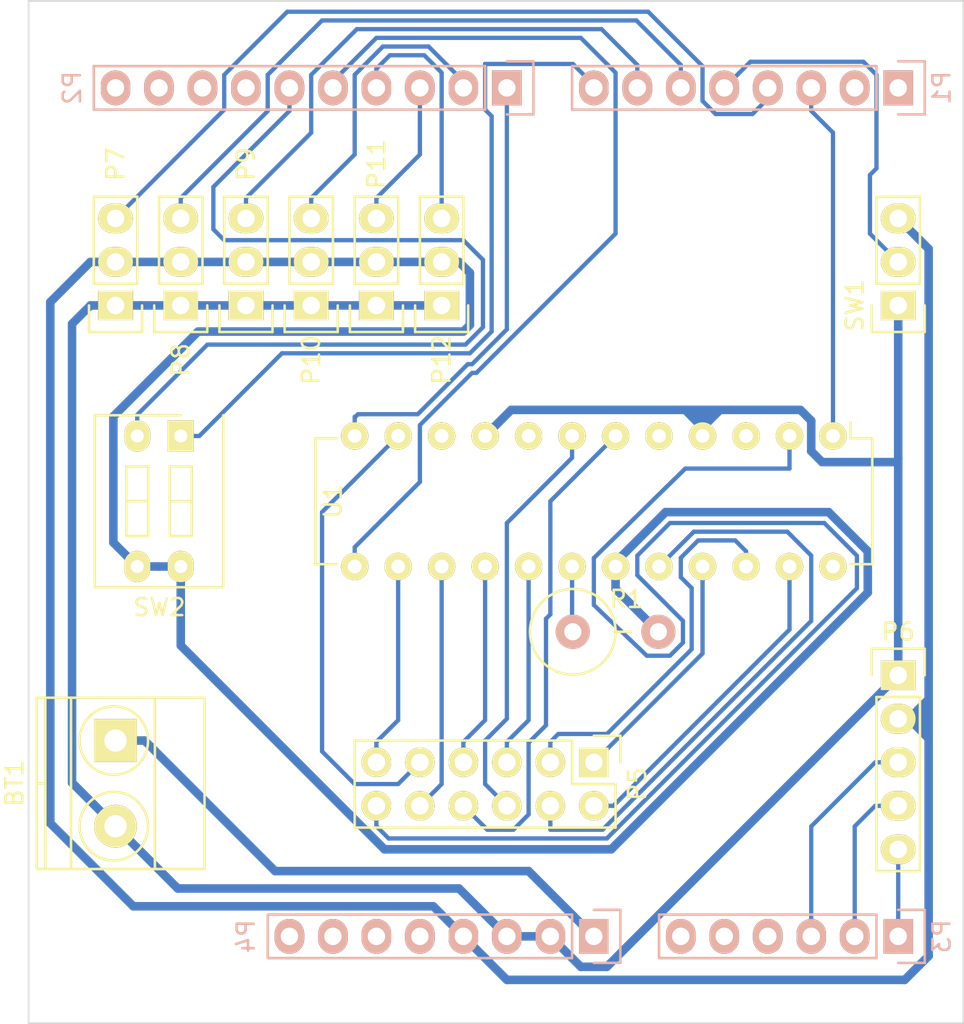
<source format=kicad_pcb>
(kicad_pcb (version 4) (host pcbnew 4.0.3-stable)

  (general
    (links 53)
    (no_connects 1)
    (area 112.505 60.909999 168.960001 120.700001)
    (thickness 1.6)
    (drawings 4)
    (tracks 265)
    (zones 0)
    (modules 17)
    (nets 32)
  )

  (page A4)
  (layers
    (0 F.Cu signal)
    (31 B.Cu signal)
    (32 B.Adhes user)
    (33 F.Adhes user)
    (34 B.Paste user)
    (35 F.Paste user)
    (36 B.SilkS user)
    (37 F.SilkS user)
    (38 B.Mask user)
    (39 F.Mask user)
    (40 Dwgs.User user)
    (41 Cmts.User user)
    (42 Eco1.User user)
    (43 Eco2.User user)
    (44 Edge.Cuts user)
    (45 Margin user)
    (46 B.CrtYd user)
    (47 F.CrtYd user)
    (48 B.Fab user)
    (49 F.Fab user)
  )

  (setup
    (last_trace_width 0.25)
    (trace_clearance 0.2)
    (zone_clearance 0.25)
    (zone_45_only no)
    (trace_min 0.2)
    (segment_width 0.2)
    (edge_width 0.1)
    (via_size 0.6)
    (via_drill 0.4)
    (via_min_size 0.4)
    (via_min_drill 0.3)
    (uvia_size 0.3)
    (uvia_drill 0.1)
    (uvias_allowed no)
    (uvia_min_size 0.2)
    (uvia_min_drill 0.1)
    (pcb_text_width 0.3)
    (pcb_text_size 1.5 1.5)
    (mod_edge_width 0.15)
    (mod_text_size 1 1)
    (mod_text_width 0.15)
    (pad_size 1.5 1.5)
    (pad_drill 0.6)
    (pad_to_mask_clearance 0)
    (aux_axis_origin 0 0)
    (visible_elements 7FFFFFFF)
    (pcbplotparams
      (layerselection 0x00030_80000001)
      (usegerberextensions false)
      (excludeedgelayer true)
      (linewidth 0.100000)
      (plotframeref false)
      (viasonmask false)
      (mode 1)
      (useauxorigin false)
      (hpglpennumber 1)
      (hpglpenspeed 20)
      (hpglpendiameter 15)
      (hpglpenoverlay 2)
      (psnegative false)
      (psa4output false)
      (plotreference true)
      (plotvalue true)
      (plotinvisibletext false)
      (padsonsilk false)
      (subtractmaskfromsilk false)
      (outputformat 1)
      (mirror false)
      (drillshape 1)
      (scaleselection 1)
      (outputdirectory ""))
  )

  (net 0 "")
  (net 1 "Net-(P1-Pad3)")
  (net 2 "Net-(P1-Pad4)")
  (net 3 "Net-(P1-Pad5)")
  (net 4 "Net-(P1-Pad6)")
  (net 5 "Net-(P1-Pad7)")
  (net 6 "Net-(P1-Pad8)")
  (net 7 "Net-(P2-Pad1)")
  (net 8 "Net-(P10-Pad3)")
  (net 9 "Net-(P11-Pad3)")
  (net 10 "Net-(P12-Pad3)")
  (net 11 "Net-(P2-Pad5)")
  (net 12 "Net-(P2-Pad6)")
  (net 13 "Net-(P3-Pad1)")
  (net 14 "Net-(P3-Pad2)")
  (net 15 "Net-(P3-Pad3)")
  (net 16 VCC)
  (net 17 "Net-(P5-Pad1)")
  (net 18 "Net-(P5-Pad2)")
  (net 19 "Net-(P5-Pad3)")
  (net 20 "Net-(P5-Pad4)")
  (net 21 "Net-(P5-Pad5)")
  (net 22 "Net-(P5-Pad6)")
  (net 23 "Net-(P5-Pad7)")
  (net 24 "Net-(P5-Pad8)")
  (net 25 "Net-(P5-Pad9)")
  (net 26 "Net-(P5-Pad10)")
  (net 27 "Net-(P5-Pad11)")
  (net 28 "Net-(P5-Pad12)")
  (net 29 "Net-(R1-Pad1)")
  (net 30 /Vin)
  (net 31 /GND)

  (net_class Default "This is the default net class."
    (clearance 0.2)
    (trace_width 0.25)
    (via_dia 0.6)
    (via_drill 0.4)
    (uvia_dia 0.3)
    (uvia_drill 0.1)
    (add_net "Net-(P1-Pad3)")
    (add_net "Net-(P1-Pad4)")
    (add_net "Net-(P1-Pad5)")
    (add_net "Net-(P1-Pad6)")
    (add_net "Net-(P1-Pad7)")
    (add_net "Net-(P1-Pad8)")
    (add_net "Net-(P10-Pad3)")
    (add_net "Net-(P11-Pad3)")
    (add_net "Net-(P12-Pad3)")
    (add_net "Net-(P2-Pad1)")
    (add_net "Net-(P2-Pad5)")
    (add_net "Net-(P2-Pad6)")
    (add_net "Net-(P3-Pad1)")
    (add_net "Net-(P3-Pad2)")
    (add_net "Net-(P3-Pad3)")
    (add_net "Net-(P5-Pad1)")
    (add_net "Net-(P5-Pad10)")
    (add_net "Net-(P5-Pad11)")
    (add_net "Net-(P5-Pad12)")
    (add_net "Net-(P5-Pad2)")
    (add_net "Net-(P5-Pad3)")
    (add_net "Net-(P5-Pad4)")
    (add_net "Net-(P5-Pad5)")
    (add_net "Net-(P5-Pad6)")
    (add_net "Net-(P5-Pad7)")
    (add_net "Net-(P5-Pad8)")
    (add_net "Net-(P5-Pad9)")
    (add_net "Net-(R1-Pad1)")
  )

  (net_class Power ""
    (clearance 0.2)
    (trace_width 0.5)
    (via_dia 0.6)
    (via_drill 0.4)
    (uvia_dia 0.3)
    (uvia_drill 0.1)
    (add_net /GND)
    (add_net /Vin)
    (add_net VCC)
  )

  (module Pin_Headers:Pin_Header_Straight_1x08 (layer B.Cu) (tedit 57E0C854) (tstamp 57E0130F)
    (at 165.1 66.04 90)
    (descr "Through hole pin header")
    (tags "pin header")
    (path /57CD8C6B)
    (fp_text reference P1 (at 0 2.54 90) (layer B.SilkS)
      (effects (font (size 1 1) (thickness 0.15)) (justify mirror))
    )
    (fp_text value "Arduino P0-P7" (at 2.54 -4.445 180) (layer B.Fab)
      (effects (font (size 1 1) (thickness 0.15)) (justify mirror))
    )
    (fp_line (start -1.75 1.75) (end -1.75 -19.55) (layer B.CrtYd) (width 0.05))
    (fp_line (start 1.75 1.75) (end 1.75 -19.55) (layer B.CrtYd) (width 0.05))
    (fp_line (start -1.75 1.75) (end 1.75 1.75) (layer B.CrtYd) (width 0.05))
    (fp_line (start -1.75 -19.55) (end 1.75 -19.55) (layer B.CrtYd) (width 0.05))
    (fp_line (start 1.27 -1.27) (end 1.27 -19.05) (layer B.SilkS) (width 0.15))
    (fp_line (start 1.27 -19.05) (end -1.27 -19.05) (layer B.SilkS) (width 0.15))
    (fp_line (start -1.27 -19.05) (end -1.27 -1.27) (layer B.SilkS) (width 0.15))
    (fp_line (start 1.55 1.55) (end 1.55 0) (layer B.SilkS) (width 0.15))
    (fp_line (start 1.27 -1.27) (end -1.27 -1.27) (layer B.SilkS) (width 0.15))
    (fp_line (start -1.55 0) (end -1.55 1.55) (layer B.SilkS) (width 0.15))
    (fp_line (start -1.55 1.55) (end 1.55 1.55) (layer B.SilkS) (width 0.15))
    (pad 1 thru_hole rect (at 0 0 90) (size 2.032 1.7272) (drill 1.016) (layers *.Cu *.Mask B.SilkS))
    (pad 2 thru_hole oval (at 0 -2.54 90) (size 2.032 1.7272) (drill 1.016) (layers *.Cu *.Mask B.SilkS))
    (pad 3 thru_hole oval (at 0 -5.08 90) (size 2.032 1.7272) (drill 1.016) (layers *.Cu *.Mask B.SilkS)
      (net 1 "Net-(P1-Pad3)"))
    (pad 4 thru_hole oval (at 0 -7.62 90) (size 2.032 1.7272) (drill 1.016) (layers *.Cu *.Mask B.SilkS)
      (net 2 "Net-(P1-Pad4)"))
    (pad 5 thru_hole oval (at 0 -10.16 90) (size 2.032 1.7272) (drill 1.016) (layers *.Cu *.Mask B.SilkS)
      (net 3 "Net-(P1-Pad5)"))
    (pad 6 thru_hole oval (at 0 -12.7 90) (size 2.032 1.7272) (drill 1.016) (layers *.Cu *.Mask B.SilkS)
      (net 4 "Net-(P1-Pad6)"))
    (pad 7 thru_hole oval (at 0 -15.24 90) (size 2.032 1.7272) (drill 1.016) (layers *.Cu *.Mask B.SilkS)
      (net 5 "Net-(P1-Pad7)"))
    (pad 8 thru_hole oval (at 0 -17.78 90) (size 2.032 1.7272) (drill 1.016) (layers *.Cu *.Mask B.SilkS)
      (net 6 "Net-(P1-Pad8)"))
    (model Pin_Headers.3dshapes/Pin_Header_Straight_1x08.wrl
      (at (xyz 0 -0.35 0))
      (scale (xyz 1 1 1))
      (rotate (xyz 0 0 90))
    )
  )

  (module Pin_Headers:Pin_Header_Straight_1x10 (layer B.Cu) (tedit 57E0C85F) (tstamp 57E0131D)
    (at 142.24 66.04 90)
    (descr "Through hole pin header")
    (tags "pin header")
    (path /57CD8CD2)
    (fp_text reference P2 (at 0 -25.4 90) (layer B.SilkS)
      (effects (font (size 1 1) (thickness 0.15)) (justify mirror))
    )
    (fp_text value "Arduino P8-SCL" (at 2.54 -5.08 360) (layer B.Fab)
      (effects (font (size 1 1) (thickness 0.15)) (justify mirror))
    )
    (fp_line (start -1.75 1.75) (end -1.75 -24.65) (layer B.CrtYd) (width 0.05))
    (fp_line (start 1.75 1.75) (end 1.75 -24.65) (layer B.CrtYd) (width 0.05))
    (fp_line (start -1.75 1.75) (end 1.75 1.75) (layer B.CrtYd) (width 0.05))
    (fp_line (start -1.75 -24.65) (end 1.75 -24.65) (layer B.CrtYd) (width 0.05))
    (fp_line (start 1.27 -1.27) (end 1.27 -24.13) (layer B.SilkS) (width 0.15))
    (fp_line (start 1.27 -24.13) (end -1.27 -24.13) (layer B.SilkS) (width 0.15))
    (fp_line (start -1.27 -24.13) (end -1.27 -1.27) (layer B.SilkS) (width 0.15))
    (fp_line (start 1.55 1.55) (end 1.55 0) (layer B.SilkS) (width 0.15))
    (fp_line (start 1.27 -1.27) (end -1.27 -1.27) (layer B.SilkS) (width 0.15))
    (fp_line (start -1.55 0) (end -1.55 1.55) (layer B.SilkS) (width 0.15))
    (fp_line (start -1.55 1.55) (end 1.55 1.55) (layer B.SilkS) (width 0.15))
    (pad 1 thru_hole rect (at 0 0 90) (size 2.032 1.7272) (drill 1.016) (layers *.Cu *.Mask B.SilkS)
      (net 7 "Net-(P2-Pad1)"))
    (pad 2 thru_hole oval (at 0 -2.54 90) (size 2.032 1.7272) (drill 1.016) (layers *.Cu *.Mask B.SilkS)
      (net 8 "Net-(P10-Pad3)"))
    (pad 3 thru_hole oval (at 0 -5.08 90) (size 2.032 1.7272) (drill 1.016) (layers *.Cu *.Mask B.SilkS)
      (net 9 "Net-(P11-Pad3)"))
    (pad 4 thru_hole oval (at 0 -7.62 90) (size 2.032 1.7272) (drill 1.016) (layers *.Cu *.Mask B.SilkS)
      (net 10 "Net-(P12-Pad3)"))
    (pad 5 thru_hole oval (at 0 -10.16 90) (size 2.032 1.7272) (drill 1.016) (layers *.Cu *.Mask B.SilkS)
      (net 11 "Net-(P2-Pad5)"))
    (pad 6 thru_hole oval (at 0 -12.7 90) (size 2.032 1.7272) (drill 1.016) (layers *.Cu *.Mask B.SilkS)
      (net 12 "Net-(P2-Pad6)"))
    (pad 7 thru_hole oval (at 0 -15.24 90) (size 2.032 1.7272) (drill 1.016) (layers *.Cu *.Mask B.SilkS))
    (pad 8 thru_hole oval (at 0 -17.78 90) (size 2.032 1.7272) (drill 1.016) (layers *.Cu *.Mask B.SilkS))
    (pad 9 thru_hole oval (at 0 -20.32 90) (size 2.032 1.7272) (drill 1.016) (layers *.Cu *.Mask B.SilkS))
    (pad 10 thru_hole oval (at 0 -22.86 90) (size 2.032 1.7272) (drill 1.016) (layers *.Cu *.Mask B.SilkS))
    (model Pin_Headers.3dshapes/Pin_Header_Straight_1x10.wrl
      (at (xyz 0 -0.45 0))
      (scale (xyz 1 1 1))
      (rotate (xyz 0 0 90))
    )
  )

  (module Pin_Headers:Pin_Header_Straight_1x06 (layer B.Cu) (tedit 57E0C87B) (tstamp 57E01327)
    (at 165.1 115.57 90)
    (descr "Through hole pin header")
    (tags "pin header")
    (path /57CD8D33)
    (fp_text reference P3 (at 0 2.54 90) (layer B.SilkS)
      (effects (font (size 1 1) (thickness 0.15)) (justify mirror))
    )
    (fp_text value "Arduino A5-A0" (at -2.54 -4.445 180) (layer B.Fab)
      (effects (font (size 1 1) (thickness 0.15)) (justify mirror))
    )
    (fp_line (start -1.75 1.75) (end -1.75 -14.45) (layer B.CrtYd) (width 0.05))
    (fp_line (start 1.75 1.75) (end 1.75 -14.45) (layer B.CrtYd) (width 0.05))
    (fp_line (start -1.75 1.75) (end 1.75 1.75) (layer B.CrtYd) (width 0.05))
    (fp_line (start -1.75 -14.45) (end 1.75 -14.45) (layer B.CrtYd) (width 0.05))
    (fp_line (start 1.27 -1.27) (end 1.27 -13.97) (layer B.SilkS) (width 0.15))
    (fp_line (start 1.27 -13.97) (end -1.27 -13.97) (layer B.SilkS) (width 0.15))
    (fp_line (start -1.27 -13.97) (end -1.27 -1.27) (layer B.SilkS) (width 0.15))
    (fp_line (start 1.55 1.55) (end 1.55 0) (layer B.SilkS) (width 0.15))
    (fp_line (start 1.27 -1.27) (end -1.27 -1.27) (layer B.SilkS) (width 0.15))
    (fp_line (start -1.55 0) (end -1.55 1.55) (layer B.SilkS) (width 0.15))
    (fp_line (start -1.55 1.55) (end 1.55 1.55) (layer B.SilkS) (width 0.15))
    (pad 1 thru_hole rect (at 0 0 90) (size 2.032 1.7272) (drill 1.016) (layers *.Cu *.Mask B.SilkS)
      (net 13 "Net-(P3-Pad1)"))
    (pad 2 thru_hole oval (at 0 -2.54 90) (size 2.032 1.7272) (drill 1.016) (layers *.Cu *.Mask B.SilkS)
      (net 14 "Net-(P3-Pad2)"))
    (pad 3 thru_hole oval (at 0 -5.08 90) (size 2.032 1.7272) (drill 1.016) (layers *.Cu *.Mask B.SilkS)
      (net 15 "Net-(P3-Pad3)"))
    (pad 4 thru_hole oval (at 0 -7.62 90) (size 2.032 1.7272) (drill 1.016) (layers *.Cu *.Mask B.SilkS))
    (pad 5 thru_hole oval (at 0 -10.16 90) (size 2.032 1.7272) (drill 1.016) (layers *.Cu *.Mask B.SilkS))
    (pad 6 thru_hole oval (at 0 -12.7 90) (size 2.032 1.7272) (drill 1.016) (layers *.Cu *.Mask B.SilkS))
    (model Pin_Headers.3dshapes/Pin_Header_Straight_1x06.wrl
      (at (xyz 0 -0.25 0))
      (scale (xyz 1 1 1))
      (rotate (xyz 0 0 90))
    )
  )

  (module Pin_Headers:Pin_Header_Straight_1x08 (layer B.Cu) (tedit 57E0C871) (tstamp 57E01333)
    (at 147.32 115.57 90)
    (descr "Through hole pin header")
    (tags "pin header")
    (path /57CD8D7C)
    (fp_text reference P4 (at 0 -20.32 90) (layer B.SilkS)
      (effects (font (size 1 1) (thickness 0.15)) (justify mirror))
    )
    (fp_text value "Arduino Vin-Blank" (at -2.54 -5.715 180) (layer B.Fab)
      (effects (font (size 1 1) (thickness 0.15)) (justify mirror))
    )
    (fp_line (start -1.75 1.75) (end -1.75 -19.55) (layer B.CrtYd) (width 0.05))
    (fp_line (start 1.75 1.75) (end 1.75 -19.55) (layer B.CrtYd) (width 0.05))
    (fp_line (start -1.75 1.75) (end 1.75 1.75) (layer B.CrtYd) (width 0.05))
    (fp_line (start -1.75 -19.55) (end 1.75 -19.55) (layer B.CrtYd) (width 0.05))
    (fp_line (start 1.27 -1.27) (end 1.27 -19.05) (layer B.SilkS) (width 0.15))
    (fp_line (start 1.27 -19.05) (end -1.27 -19.05) (layer B.SilkS) (width 0.15))
    (fp_line (start -1.27 -19.05) (end -1.27 -1.27) (layer B.SilkS) (width 0.15))
    (fp_line (start 1.55 1.55) (end 1.55 0) (layer B.SilkS) (width 0.15))
    (fp_line (start 1.27 -1.27) (end -1.27 -1.27) (layer B.SilkS) (width 0.15))
    (fp_line (start -1.55 0) (end -1.55 1.55) (layer B.SilkS) (width 0.15))
    (fp_line (start -1.55 1.55) (end 1.55 1.55) (layer B.SilkS) (width 0.15))
    (pad 1 thru_hole rect (at 0 0 90) (size 2.032 1.7272) (drill 1.016) (layers *.Cu *.Mask B.SilkS)
      (net 30 /Vin))
    (pad 2 thru_hole oval (at 0 -2.54 90) (size 2.032 1.7272) (drill 1.016) (layers *.Cu *.Mask B.SilkS)
      (net 31 /GND))
    (pad 3 thru_hole oval (at 0 -5.08 90) (size 2.032 1.7272) (drill 1.016) (layers *.Cu *.Mask B.SilkS)
      (net 31 /GND))
    (pad 4 thru_hole oval (at 0 -7.62 90) (size 2.032 1.7272) (drill 1.016) (layers *.Cu *.Mask B.SilkS)
      (net 16 VCC))
    (pad 5 thru_hole oval (at 0 -10.16 90) (size 2.032 1.7272) (drill 1.016) (layers *.Cu *.Mask B.SilkS))
    (pad 6 thru_hole oval (at 0 -12.7 90) (size 2.032 1.7272) (drill 1.016) (layers *.Cu *.Mask B.SilkS))
    (pad 7 thru_hole oval (at 0 -15.24 90) (size 2.032 1.7272) (drill 1.016) (layers *.Cu *.Mask B.SilkS))
    (pad 8 thru_hole oval (at 0 -17.78 90) (size 2.032 1.7272) (drill 1.016) (layers *.Cu *.Mask B.SilkS))
    (model Pin_Headers.3dshapes/Pin_Header_Straight_1x08.wrl
      (at (xyz 0 -0.35 0))
      (scale (xyz 1 1 1))
      (rotate (xyz 0 0 90))
    )
  )

  (module Pin_Headers:Pin_Header_Straight_2x06 (layer F.Cu) (tedit 57E0C90B) (tstamp 57E01343)
    (at 147.32 105.41 270)
    (descr "Through hole pin header")
    (tags "pin header")
    (path /57DEE0D3)
    (fp_text reference P5 (at 1.27 -2.54 270) (layer F.SilkS)
      (effects (font (size 1 1) (thickness 0.15)))
    )
    (fp_text value "4 Digit 7 Segment Display" (at 5.08 7.62 360) (layer F.Fab)
      (effects (font (size 1 1) (thickness 0.15)))
    )
    (fp_line (start -1.75 -1.75) (end -1.75 14.45) (layer F.CrtYd) (width 0.05))
    (fp_line (start 4.3 -1.75) (end 4.3 14.45) (layer F.CrtYd) (width 0.05))
    (fp_line (start -1.75 -1.75) (end 4.3 -1.75) (layer F.CrtYd) (width 0.05))
    (fp_line (start -1.75 14.45) (end 4.3 14.45) (layer F.CrtYd) (width 0.05))
    (fp_line (start 3.81 13.97) (end 3.81 -1.27) (layer F.SilkS) (width 0.15))
    (fp_line (start -1.27 1.27) (end -1.27 13.97) (layer F.SilkS) (width 0.15))
    (fp_line (start 3.81 13.97) (end -1.27 13.97) (layer F.SilkS) (width 0.15))
    (fp_line (start 3.81 -1.27) (end 1.27 -1.27) (layer F.SilkS) (width 0.15))
    (fp_line (start 0 -1.55) (end -1.55 -1.55) (layer F.SilkS) (width 0.15))
    (fp_line (start 1.27 -1.27) (end 1.27 1.27) (layer F.SilkS) (width 0.15))
    (fp_line (start 1.27 1.27) (end -1.27 1.27) (layer F.SilkS) (width 0.15))
    (fp_line (start -1.55 -1.55) (end -1.55 0) (layer F.SilkS) (width 0.15))
    (pad 1 thru_hole rect (at 0 0 270) (size 1.7272 1.7272) (drill 1.016) (layers *.Cu *.Mask F.SilkS)
      (net 17 "Net-(P5-Pad1)"))
    (pad 2 thru_hole oval (at 2.54 0 270) (size 1.7272 1.7272) (drill 1.016) (layers *.Cu *.Mask F.SilkS)
      (net 18 "Net-(P5-Pad2)"))
    (pad 3 thru_hole oval (at 0 2.54 270) (size 1.7272 1.7272) (drill 1.016) (layers *.Cu *.Mask F.SilkS)
      (net 19 "Net-(P5-Pad3)"))
    (pad 4 thru_hole oval (at 2.54 2.54 270) (size 1.7272 1.7272) (drill 1.016) (layers *.Cu *.Mask F.SilkS)
      (net 20 "Net-(P5-Pad4)"))
    (pad 5 thru_hole oval (at 0 5.08 270) (size 1.7272 1.7272) (drill 1.016) (layers *.Cu *.Mask F.SilkS)
      (net 21 "Net-(P5-Pad5)"))
    (pad 6 thru_hole oval (at 2.54 5.08 270) (size 1.7272 1.7272) (drill 1.016) (layers *.Cu *.Mask F.SilkS)
      (net 22 "Net-(P5-Pad6)"))
    (pad 7 thru_hole oval (at 0 7.62 270) (size 1.7272 1.7272) (drill 1.016) (layers *.Cu *.Mask F.SilkS)
      (net 23 "Net-(P5-Pad7)"))
    (pad 8 thru_hole oval (at 2.54 7.62 270) (size 1.7272 1.7272) (drill 1.016) (layers *.Cu *.Mask F.SilkS)
      (net 24 "Net-(P5-Pad8)"))
    (pad 9 thru_hole oval (at 0 10.16 270) (size 1.7272 1.7272) (drill 1.016) (layers *.Cu *.Mask F.SilkS)
      (net 25 "Net-(P5-Pad9)"))
    (pad 10 thru_hole oval (at 2.54 10.16 270) (size 1.7272 1.7272) (drill 1.016) (layers *.Cu *.Mask F.SilkS)
      (net 26 "Net-(P5-Pad10)"))
    (pad 11 thru_hole oval (at 0 12.7 270) (size 1.7272 1.7272) (drill 1.016) (layers *.Cu *.Mask F.SilkS)
      (net 27 "Net-(P5-Pad11)"))
    (pad 12 thru_hole oval (at 2.54 12.7 270) (size 1.7272 1.7272) (drill 1.016) (layers *.Cu *.Mask F.SilkS)
      (net 28 "Net-(P5-Pad12)"))
    (model Pin_Headers.3dshapes/Pin_Header_Straight_2x06.wrl
      (at (xyz 0.05 -0.25 0))
      (scale (xyz 1 1 1))
      (rotate (xyz 0 0 90))
    )
  )

  (module Pin_Headers:Pin_Header_Straight_1x05 (layer F.Cu) (tedit 57E0C89A) (tstamp 57E0134C)
    (at 165.1 100.33)
    (descr "Through hole pin header")
    (tags "pin header")
    (path /57DFE266)
    (fp_text reference P6 (at 0 -2.54) (layer F.SilkS)
      (effects (font (size 1 1) (thickness 0.15)))
    )
    (fp_text value Rotary (at 2.54 5.715 90) (layer F.Fab)
      (effects (font (size 1 1) (thickness 0.15)))
    )
    (fp_line (start -1.55 0) (end -1.55 -1.55) (layer F.SilkS) (width 0.15))
    (fp_line (start -1.55 -1.55) (end 1.55 -1.55) (layer F.SilkS) (width 0.15))
    (fp_line (start 1.55 -1.55) (end 1.55 0) (layer F.SilkS) (width 0.15))
    (fp_line (start -1.75 -1.75) (end -1.75 11.95) (layer F.CrtYd) (width 0.05))
    (fp_line (start 1.75 -1.75) (end 1.75 11.95) (layer F.CrtYd) (width 0.05))
    (fp_line (start -1.75 -1.75) (end 1.75 -1.75) (layer F.CrtYd) (width 0.05))
    (fp_line (start -1.75 11.95) (end 1.75 11.95) (layer F.CrtYd) (width 0.05))
    (fp_line (start 1.27 1.27) (end 1.27 11.43) (layer F.SilkS) (width 0.15))
    (fp_line (start 1.27 11.43) (end -1.27 11.43) (layer F.SilkS) (width 0.15))
    (fp_line (start -1.27 11.43) (end -1.27 1.27) (layer F.SilkS) (width 0.15))
    (fp_line (start 1.27 1.27) (end -1.27 1.27) (layer F.SilkS) (width 0.15))
    (pad 1 thru_hole rect (at 0 0) (size 2.032 1.7272) (drill 1.016) (layers *.Cu *.Mask F.SilkS)
      (net 31 /GND))
    (pad 2 thru_hole oval (at 0 2.54) (size 2.032 1.7272) (drill 1.016) (layers *.Cu *.Mask F.SilkS)
      (net 16 VCC))
    (pad 3 thru_hole oval (at 0 5.08) (size 2.032 1.7272) (drill 1.016) (layers *.Cu *.Mask F.SilkS)
      (net 15 "Net-(P3-Pad3)"))
    (pad 4 thru_hole oval (at 0 7.62) (size 2.032 1.7272) (drill 1.016) (layers *.Cu *.Mask F.SilkS)
      (net 14 "Net-(P3-Pad2)"))
    (pad 5 thru_hole oval (at 0 10.16) (size 2.032 1.7272) (drill 1.016) (layers *.Cu *.Mask F.SilkS)
      (net 13 "Net-(P3-Pad1)"))
    (model Pin_Headers.3dshapes/Pin_Header_Straight_1x05.wrl
      (at (xyz 0 -0.2 0))
      (scale (xyz 1 1 1))
      (rotate (xyz 0 0 90))
    )
  )

  (module Pin_Headers:Pin_Header_Straight_1x03 (layer F.Cu) (tedit 57E0CA4F) (tstamp 57E01353)
    (at 119.38 78.74 180)
    (descr "Through hole pin header")
    (tags "pin header")
    (path /57CDA10A)
    (fp_text reference P7 (at 0 8.255 270) (layer F.SilkS)
      (effects (font (size 1 1) (thickness 0.15)))
    )
    (fp_text value Servo_H (at 0 -2.54 360) (layer F.Fab)
      (effects (font (size 1 1) (thickness 0.15)))
    )
    (fp_line (start -1.75 -1.75) (end -1.75 6.85) (layer F.CrtYd) (width 0.05))
    (fp_line (start 1.75 -1.75) (end 1.75 6.85) (layer F.CrtYd) (width 0.05))
    (fp_line (start -1.75 -1.75) (end 1.75 -1.75) (layer F.CrtYd) (width 0.05))
    (fp_line (start -1.75 6.85) (end 1.75 6.85) (layer F.CrtYd) (width 0.05))
    (fp_line (start -1.27 1.27) (end -1.27 6.35) (layer F.SilkS) (width 0.15))
    (fp_line (start -1.27 6.35) (end 1.27 6.35) (layer F.SilkS) (width 0.15))
    (fp_line (start 1.27 6.35) (end 1.27 1.27) (layer F.SilkS) (width 0.15))
    (fp_line (start 1.55 -1.55) (end 1.55 0) (layer F.SilkS) (width 0.15))
    (fp_line (start 1.27 1.27) (end -1.27 1.27) (layer F.SilkS) (width 0.15))
    (fp_line (start -1.55 0) (end -1.55 -1.55) (layer F.SilkS) (width 0.15))
    (fp_line (start -1.55 -1.55) (end 1.55 -1.55) (layer F.SilkS) (width 0.15))
    (pad 1 thru_hole rect (at 0 0 180) (size 2.032 1.7272) (drill 1.016) (layers *.Cu *.Mask F.SilkS)
      (net 31 /GND))
    (pad 2 thru_hole oval (at 0 2.54 180) (size 2.032 1.7272) (drill 1.016) (layers *.Cu *.Mask F.SilkS)
      (net 16 VCC))
    (pad 3 thru_hole oval (at 0 5.08 180) (size 2.032 1.7272) (drill 1.016) (layers *.Cu *.Mask F.SilkS)
      (net 2 "Net-(P1-Pad4)"))
    (model Pin_Headers.3dshapes/Pin_Header_Straight_1x03.wrl
      (at (xyz 0 -0.1 0))
      (scale (xyz 1 1 1))
      (rotate (xyz 0 0 90))
    )
  )

  (module Pin_Headers:Pin_Header_Straight_1x03 (layer F.Cu) (tedit 57E0CA84) (tstamp 57E0135A)
    (at 123.19 78.74 180)
    (descr "Through hole pin header")
    (tags "pin header")
    (path /57CDA267)
    (fp_text reference P8 (at 0 -3.175 270) (layer F.SilkS)
      (effects (font (size 1 1) (thickness 0.15)))
    )
    (fp_text value Servo_1 (at 0 7.62 180) (layer F.Fab)
      (effects (font (size 1 1) (thickness 0.15)))
    )
    (fp_line (start -1.75 -1.75) (end -1.75 6.85) (layer F.CrtYd) (width 0.05))
    (fp_line (start 1.75 -1.75) (end 1.75 6.85) (layer F.CrtYd) (width 0.05))
    (fp_line (start -1.75 -1.75) (end 1.75 -1.75) (layer F.CrtYd) (width 0.05))
    (fp_line (start -1.75 6.85) (end 1.75 6.85) (layer F.CrtYd) (width 0.05))
    (fp_line (start -1.27 1.27) (end -1.27 6.35) (layer F.SilkS) (width 0.15))
    (fp_line (start -1.27 6.35) (end 1.27 6.35) (layer F.SilkS) (width 0.15))
    (fp_line (start 1.27 6.35) (end 1.27 1.27) (layer F.SilkS) (width 0.15))
    (fp_line (start 1.55 -1.55) (end 1.55 0) (layer F.SilkS) (width 0.15))
    (fp_line (start 1.27 1.27) (end -1.27 1.27) (layer F.SilkS) (width 0.15))
    (fp_line (start -1.55 0) (end -1.55 -1.55) (layer F.SilkS) (width 0.15))
    (fp_line (start -1.55 -1.55) (end 1.55 -1.55) (layer F.SilkS) (width 0.15))
    (pad 1 thru_hole rect (at 0 0 180) (size 2.032 1.7272) (drill 1.016) (layers *.Cu *.Mask F.SilkS)
      (net 31 /GND))
    (pad 2 thru_hole oval (at 0 2.54 180) (size 2.032 1.7272) (drill 1.016) (layers *.Cu *.Mask F.SilkS)
      (net 16 VCC))
    (pad 3 thru_hole oval (at 0 5.08 180) (size 2.032 1.7272) (drill 1.016) (layers *.Cu *.Mask F.SilkS)
      (net 4 "Net-(P1-Pad6)"))
    (model Pin_Headers.3dshapes/Pin_Header_Straight_1x03.wrl
      (at (xyz 0 -0.1 0))
      (scale (xyz 1 1 1))
      (rotate (xyz 0 0 90))
    )
  )

  (module Pin_Headers:Pin_Header_Straight_1x03 (layer F.Cu) (tedit 57E0CA5B) (tstamp 57E01361)
    (at 127 78.74 180)
    (descr "Through hole pin header")
    (tags "pin header")
    (path /57CDA2CC)
    (fp_text reference P9 (at 0 8.255 270) (layer F.SilkS)
      (effects (font (size 1 1) (thickness 0.15)))
    )
    (fp_text value Servo_2 (at 0 -2.54 180) (layer F.Fab)
      (effects (font (size 1 1) (thickness 0.15)))
    )
    (fp_line (start -1.75 -1.75) (end -1.75 6.85) (layer F.CrtYd) (width 0.05))
    (fp_line (start 1.75 -1.75) (end 1.75 6.85) (layer F.CrtYd) (width 0.05))
    (fp_line (start -1.75 -1.75) (end 1.75 -1.75) (layer F.CrtYd) (width 0.05))
    (fp_line (start -1.75 6.85) (end 1.75 6.85) (layer F.CrtYd) (width 0.05))
    (fp_line (start -1.27 1.27) (end -1.27 6.35) (layer F.SilkS) (width 0.15))
    (fp_line (start -1.27 6.35) (end 1.27 6.35) (layer F.SilkS) (width 0.15))
    (fp_line (start 1.27 6.35) (end 1.27 1.27) (layer F.SilkS) (width 0.15))
    (fp_line (start 1.55 -1.55) (end 1.55 0) (layer F.SilkS) (width 0.15))
    (fp_line (start 1.27 1.27) (end -1.27 1.27) (layer F.SilkS) (width 0.15))
    (fp_line (start -1.55 0) (end -1.55 -1.55) (layer F.SilkS) (width 0.15))
    (fp_line (start -1.55 -1.55) (end 1.55 -1.55) (layer F.SilkS) (width 0.15))
    (pad 1 thru_hole rect (at 0 0 180) (size 2.032 1.7272) (drill 1.016) (layers *.Cu *.Mask F.SilkS)
      (net 31 /GND))
    (pad 2 thru_hole oval (at 0 2.54 180) (size 2.032 1.7272) (drill 1.016) (layers *.Cu *.Mask F.SilkS)
      (net 16 VCC))
    (pad 3 thru_hole oval (at 0 5.08 180) (size 2.032 1.7272) (drill 1.016) (layers *.Cu *.Mask F.SilkS)
      (net 5 "Net-(P1-Pad7)"))
    (model Pin_Headers.3dshapes/Pin_Header_Straight_1x03.wrl
      (at (xyz 0 -0.1 0))
      (scale (xyz 1 1 1))
      (rotate (xyz 0 0 90))
    )
  )

  (module Pin_Headers:Pin_Header_Straight_1x03 (layer F.Cu) (tedit 57E0CA80) (tstamp 57E01368)
    (at 130.81 78.74 180)
    (descr "Through hole pin header")
    (tags "pin header")
    (path /57CDA325)
    (fp_text reference P10 (at 0 -3.175 270) (layer F.SilkS)
      (effects (font (size 1 1) (thickness 0.15)))
    )
    (fp_text value Servo_3 (at 0 7.62 180) (layer F.Fab)
      (effects (font (size 1 1) (thickness 0.15)))
    )
    (fp_line (start -1.75 -1.75) (end -1.75 6.85) (layer F.CrtYd) (width 0.05))
    (fp_line (start 1.75 -1.75) (end 1.75 6.85) (layer F.CrtYd) (width 0.05))
    (fp_line (start -1.75 -1.75) (end 1.75 -1.75) (layer F.CrtYd) (width 0.05))
    (fp_line (start -1.75 6.85) (end 1.75 6.85) (layer F.CrtYd) (width 0.05))
    (fp_line (start -1.27 1.27) (end -1.27 6.35) (layer F.SilkS) (width 0.15))
    (fp_line (start -1.27 6.35) (end 1.27 6.35) (layer F.SilkS) (width 0.15))
    (fp_line (start 1.27 6.35) (end 1.27 1.27) (layer F.SilkS) (width 0.15))
    (fp_line (start 1.55 -1.55) (end 1.55 0) (layer F.SilkS) (width 0.15))
    (fp_line (start 1.27 1.27) (end -1.27 1.27) (layer F.SilkS) (width 0.15))
    (fp_line (start -1.55 0) (end -1.55 -1.55) (layer F.SilkS) (width 0.15))
    (fp_line (start -1.55 -1.55) (end 1.55 -1.55) (layer F.SilkS) (width 0.15))
    (pad 1 thru_hole rect (at 0 0 180) (size 2.032 1.7272) (drill 1.016) (layers *.Cu *.Mask F.SilkS)
      (net 31 /GND))
    (pad 2 thru_hole oval (at 0 2.54 180) (size 2.032 1.7272) (drill 1.016) (layers *.Cu *.Mask F.SilkS)
      (net 16 VCC))
    (pad 3 thru_hole oval (at 0 5.08 180) (size 2.032 1.7272) (drill 1.016) (layers *.Cu *.Mask F.SilkS)
      (net 8 "Net-(P10-Pad3)"))
    (model Pin_Headers.3dshapes/Pin_Header_Straight_1x03.wrl
      (at (xyz 0 -0.1 0))
      (scale (xyz 1 1 1))
      (rotate (xyz 0 0 90))
    )
  )

  (module Pin_Headers:Pin_Header_Straight_1x03 (layer F.Cu) (tedit 57E0CA55) (tstamp 57E0136F)
    (at 134.62 78.74 180)
    (descr "Through hole pin header")
    (tags "pin header")
    (path /57CDA382)
    (fp_text reference P11 (at 0 8.255 270) (layer F.SilkS)
      (effects (font (size 1 1) (thickness 0.15)))
    )
    (fp_text value Servo_4 (at 0 -2.54 180) (layer F.Fab)
      (effects (font (size 1 1) (thickness 0.15)))
    )
    (fp_line (start -1.75 -1.75) (end -1.75 6.85) (layer F.CrtYd) (width 0.05))
    (fp_line (start 1.75 -1.75) (end 1.75 6.85) (layer F.CrtYd) (width 0.05))
    (fp_line (start -1.75 -1.75) (end 1.75 -1.75) (layer F.CrtYd) (width 0.05))
    (fp_line (start -1.75 6.85) (end 1.75 6.85) (layer F.CrtYd) (width 0.05))
    (fp_line (start -1.27 1.27) (end -1.27 6.35) (layer F.SilkS) (width 0.15))
    (fp_line (start -1.27 6.35) (end 1.27 6.35) (layer F.SilkS) (width 0.15))
    (fp_line (start 1.27 6.35) (end 1.27 1.27) (layer F.SilkS) (width 0.15))
    (fp_line (start 1.55 -1.55) (end 1.55 0) (layer F.SilkS) (width 0.15))
    (fp_line (start 1.27 1.27) (end -1.27 1.27) (layer F.SilkS) (width 0.15))
    (fp_line (start -1.55 0) (end -1.55 -1.55) (layer F.SilkS) (width 0.15))
    (fp_line (start -1.55 -1.55) (end 1.55 -1.55) (layer F.SilkS) (width 0.15))
    (pad 1 thru_hole rect (at 0 0 180) (size 2.032 1.7272) (drill 1.016) (layers *.Cu *.Mask F.SilkS)
      (net 31 /GND))
    (pad 2 thru_hole oval (at 0 2.54 180) (size 2.032 1.7272) (drill 1.016) (layers *.Cu *.Mask F.SilkS)
      (net 16 VCC))
    (pad 3 thru_hole oval (at 0 5.08 180) (size 2.032 1.7272) (drill 1.016) (layers *.Cu *.Mask F.SilkS)
      (net 9 "Net-(P11-Pad3)"))
    (model Pin_Headers.3dshapes/Pin_Header_Straight_1x03.wrl
      (at (xyz 0 -0.1 0))
      (scale (xyz 1 1 1))
      (rotate (xyz 0 0 90))
    )
  )

  (module Pin_Headers:Pin_Header_Straight_1x03 (layer F.Cu) (tedit 57E0CA7E) (tstamp 57E01376)
    (at 138.43 78.74 180)
    (descr "Through hole pin header")
    (tags "pin header")
    (path /57CDA3D3)
    (fp_text reference P12 (at 0 -3.175 270) (layer F.SilkS)
      (effects (font (size 1 1) (thickness 0.15)))
    )
    (fp_text value Servo_5 (at 0 7.62 180) (layer F.Fab)
      (effects (font (size 1 1) (thickness 0.15)))
    )
    (fp_line (start -1.75 -1.75) (end -1.75 6.85) (layer F.CrtYd) (width 0.05))
    (fp_line (start 1.75 -1.75) (end 1.75 6.85) (layer F.CrtYd) (width 0.05))
    (fp_line (start -1.75 -1.75) (end 1.75 -1.75) (layer F.CrtYd) (width 0.05))
    (fp_line (start -1.75 6.85) (end 1.75 6.85) (layer F.CrtYd) (width 0.05))
    (fp_line (start -1.27 1.27) (end -1.27 6.35) (layer F.SilkS) (width 0.15))
    (fp_line (start -1.27 6.35) (end 1.27 6.35) (layer F.SilkS) (width 0.15))
    (fp_line (start 1.27 6.35) (end 1.27 1.27) (layer F.SilkS) (width 0.15))
    (fp_line (start 1.55 -1.55) (end 1.55 0) (layer F.SilkS) (width 0.15))
    (fp_line (start 1.27 1.27) (end -1.27 1.27) (layer F.SilkS) (width 0.15))
    (fp_line (start -1.55 0) (end -1.55 -1.55) (layer F.SilkS) (width 0.15))
    (fp_line (start -1.55 -1.55) (end 1.55 -1.55) (layer F.SilkS) (width 0.15))
    (pad 1 thru_hole rect (at 0 0 180) (size 2.032 1.7272) (drill 1.016) (layers *.Cu *.Mask F.SilkS)
      (net 31 /GND))
    (pad 2 thru_hole oval (at 0 2.54 180) (size 2.032 1.7272) (drill 1.016) (layers *.Cu *.Mask F.SilkS)
      (net 16 VCC))
    (pad 3 thru_hole oval (at 0 5.08 180) (size 2.032 1.7272) (drill 1.016) (layers *.Cu *.Mask F.SilkS)
      (net 10 "Net-(P12-Pad3)"))
    (model Pin_Headers.3dshapes/Pin_Header_Straight_1x03.wrl
      (at (xyz 0 -0.1 0))
      (scale (xyz 1 1 1))
      (rotate (xyz 0 0 90))
    )
  )

  (module Pin_Headers:Pin_Header_Straight_1x03 (layer F.Cu) (tedit 57E0C8A7) (tstamp 57E01383)
    (at 165.1 78.74 180)
    (descr "Through hole pin header")
    (tags "pin header")
    (path /57CDC364)
    (fp_text reference SW1 (at 2.54 0 270) (layer F.SilkS)
      (effects (font (size 1 1) (thickness 0.15)))
    )
    (fp_text value Direction (at -2.54 1.905 270) (layer F.Fab)
      (effects (font (size 1 1) (thickness 0.15)))
    )
    (fp_line (start -1.75 -1.75) (end -1.75 6.85) (layer F.CrtYd) (width 0.05))
    (fp_line (start 1.75 -1.75) (end 1.75 6.85) (layer F.CrtYd) (width 0.05))
    (fp_line (start -1.75 -1.75) (end 1.75 -1.75) (layer F.CrtYd) (width 0.05))
    (fp_line (start -1.75 6.85) (end 1.75 6.85) (layer F.CrtYd) (width 0.05))
    (fp_line (start -1.27 1.27) (end -1.27 6.35) (layer F.SilkS) (width 0.15))
    (fp_line (start -1.27 6.35) (end 1.27 6.35) (layer F.SilkS) (width 0.15))
    (fp_line (start 1.27 6.35) (end 1.27 1.27) (layer F.SilkS) (width 0.15))
    (fp_line (start 1.55 -1.55) (end 1.55 0) (layer F.SilkS) (width 0.15))
    (fp_line (start 1.27 1.27) (end -1.27 1.27) (layer F.SilkS) (width 0.15))
    (fp_line (start -1.55 0) (end -1.55 -1.55) (layer F.SilkS) (width 0.15))
    (fp_line (start -1.55 -1.55) (end 1.55 -1.55) (layer F.SilkS) (width 0.15))
    (pad 1 thru_hole rect (at 0 0 180) (size 2.032 1.7272) (drill 1.016) (layers *.Cu *.Mask F.SilkS)
      (net 31 /GND))
    (pad 2 thru_hole oval (at 0 2.54 180) (size 2.032 1.7272) (drill 1.016) (layers *.Cu *.Mask F.SilkS)
      (net 3 "Net-(P1-Pad5)"))
    (pad 3 thru_hole oval (at 0 5.08 180) (size 2.032 1.7272) (drill 1.016) (layers *.Cu *.Mask F.SilkS)
      (net 16 VCC))
    (model Pin_Headers.3dshapes/Pin_Header_Straight_1x03.wrl
      (at (xyz 0 -0.1 0))
      (scale (xyz 1 1 1))
      (rotate (xyz 0 0 90))
    )
  )

  (module Buttons_Switches_ThroughHole:SW_DIP_x2_Slide (layer F.Cu) (tedit 54BB66BF) (tstamp 57E0138B)
    (at 123.19 86.36 180)
    (descr "CTS Electrocomponents, Series 206/208")
    (path /57E00F78)
    (fp_text reference SW2 (at 1.25 -10 180) (layer F.SilkS)
      (effects (font (size 1 1) (thickness 0.15)))
    )
    (fp_text value "Default Interval" (at 2 2.4 180) (layer F.Fab)
      (effects (font (size 1 1) (thickness 0.15)))
    )
    (fp_line (start -0.64 -5.84) (end -0.64 -1.78) (layer F.SilkS) (width 0.15))
    (fp_line (start -0.64 -3.81) (end 0.64 -3.81) (layer F.SilkS) (width 0.15))
    (fp_line (start -0.64 -1.78) (end 0.64 -1.78) (layer F.SilkS) (width 0.15))
    (fp_line (start 0.64 -1.78) (end 0.64 -5.84) (layer F.SilkS) (width 0.15))
    (fp_line (start 0.64 -5.84) (end -0.64 -5.84) (layer F.SilkS) (width 0.15))
    (fp_line (start 1.9 -5.84) (end 1.9 -1.78) (layer F.SilkS) (width 0.15))
    (fp_line (start 1.9 -3.81) (end 3.18 -3.81) (layer F.SilkS) (width 0.15))
    (fp_line (start 1.9 -1.78) (end 3.18 -1.78) (layer F.SilkS) (width 0.15))
    (fp_line (start 3.18 -1.78) (end 3.18 -5.84) (layer F.SilkS) (width 0.15))
    (fp_line (start 3.18 -5.84) (end 1.9 -5.84) (layer F.SilkS) (width 0.15))
    (fp_line (start -2.8 -9.15) (end -2.8 1.55) (layer F.CrtYd) (width 0.05))
    (fp_line (start -2.8 1.55) (end 5.4 1.55) (layer F.CrtYd) (width 0.05))
    (fp_line (start 5.4 1.55) (end 5.4 -9.15) (layer F.CrtYd) (width 0.05))
    (fp_line (start 5.4 -9.15) (end -2.8 -9.15) (layer F.CrtYd) (width 0.05))
    (fp_line (start -2.48 1.21) (end -2.48 -8.83) (layer F.SilkS) (width 0.15))
    (fp_line (start -2.48 -8.83) (end 5.02 -8.83) (layer F.SilkS) (width 0.15))
    (fp_line (start 5.02 -8.83) (end 5.02 1.21) (layer F.SilkS) (width 0.15))
    (fp_line (start 5.02 1.21) (end 0 1.21) (layer F.SilkS) (width 0.15))
    (pad 1 thru_hole rect (at 0 0 180) (size 1.524 1.824) (drill 0.762) (layers *.Cu *.Mask F.SilkS)
      (net 6 "Net-(P1-Pad8)"))
    (pad 4 thru_hole oval (at 0 -7.62 180) (size 1.524 1.824) (drill 0.762) (layers *.Cu *.Mask F.SilkS)
      (net 16 VCC))
    (pad 2 thru_hole oval (at 2.54 0 180) (size 1.524 1.824) (drill 0.762) (layers *.Cu *.Mask F.SilkS)
      (net 12 "Net-(P2-Pad6)"))
    (pad 3 thru_hole oval (at 2.54 -7.62 180) (size 1.524 1.824) (drill 0.762) (layers *.Cu *.Mask F.SilkS)
      (net 16 VCC))
    (model Buttons_Switches_ThroughHole.3dshapes/SW_DIP_x2_Slide.wrl
      (at (xyz 0 0 0))
      (scale (xyz 1 1 1))
      (rotate (xyz 0 0 0))
    )
  )

  (module Housings_DIP:DIP-24_W7.62mm (layer F.Cu) (tedit 57E0C8BA) (tstamp 57E01457)
    (at 161.29 86.36 270)
    (descr "24-lead dip package, row spacing 7.62 mm (300 mils)")
    (tags "dil dip 2.54 300")
    (path /57DEB272)
    (fp_text reference U1 (at 3.81 29.21 270) (layer F.SilkS)
      (effects (font (size 1 1) (thickness 0.15)))
    )
    (fp_text value MAX7219 (at 3.81 12.7 360) (layer F.Fab)
      (effects (font (size 1 1) (thickness 0.15)))
    )
    (fp_line (start -1.05 -2.45) (end -1.05 30.4) (layer F.CrtYd) (width 0.05))
    (fp_line (start 8.65 -2.45) (end 8.65 30.4) (layer F.CrtYd) (width 0.05))
    (fp_line (start -1.05 -2.45) (end 8.65 -2.45) (layer F.CrtYd) (width 0.05))
    (fp_line (start -1.05 30.4) (end 8.65 30.4) (layer F.CrtYd) (width 0.05))
    (fp_line (start 0.135 -2.295) (end 0.135 -1.025) (layer F.SilkS) (width 0.15))
    (fp_line (start 7.485 -2.295) (end 7.485 -1.025) (layer F.SilkS) (width 0.15))
    (fp_line (start 7.485 30.235) (end 7.485 28.965) (layer F.SilkS) (width 0.15))
    (fp_line (start 0.135 30.235) (end 0.135 28.965) (layer F.SilkS) (width 0.15))
    (fp_line (start 0.135 -2.295) (end 7.485 -2.295) (layer F.SilkS) (width 0.15))
    (fp_line (start 0.135 30.235) (end 7.485 30.235) (layer F.SilkS) (width 0.15))
    (fp_line (start 0.135 -1.025) (end -0.8 -1.025) (layer F.SilkS) (width 0.15))
    (pad 1 thru_hole oval (at 0 0 270) (size 1.6 1.6) (drill 0.8) (layers *.Cu *.Mask F.SilkS)
      (net 1 "Net-(P1-Pad3)"))
    (pad 2 thru_hole oval (at 0 2.54 270) (size 1.6 1.6) (drill 0.8) (layers *.Cu *.Mask F.SilkS)
      (net 28 "Net-(P5-Pad12)"))
    (pad 3 thru_hole oval (at 0 5.08 270) (size 1.6 1.6) (drill 0.8) (layers *.Cu *.Mask F.SilkS))
    (pad 4 thru_hole oval (at 0 7.62 270) (size 1.6 1.6) (drill 0.8) (layers *.Cu *.Mask F.SilkS)
      (net 31 /GND))
    (pad 5 thru_hole oval (at 0 10.16 270) (size 1.6 1.6) (drill 0.8) (layers *.Cu *.Mask F.SilkS))
    (pad 6 thru_hole oval (at 0 12.7 270) (size 1.6 1.6) (drill 0.8) (layers *.Cu *.Mask F.SilkS)
      (net 24 "Net-(P5-Pad8)"))
    (pad 7 thru_hole oval (at 0 15.24 270) (size 1.6 1.6) (drill 0.8) (layers *.Cu *.Mask F.SilkS)
      (net 22 "Net-(P5-Pad6)"))
    (pad 8 thru_hole oval (at 0 17.78 270) (size 1.6 1.6) (drill 0.8) (layers *.Cu *.Mask F.SilkS))
    (pad 9 thru_hole oval (at 0 20.32 270) (size 1.6 1.6) (drill 0.8) (layers *.Cu *.Mask F.SilkS)
      (net 31 /GND))
    (pad 10 thru_hole oval (at 0 22.86 270) (size 1.6 1.6) (drill 0.8) (layers *.Cu *.Mask F.SilkS))
    (pad 11 thru_hole oval (at 0 25.4 270) (size 1.6 1.6) (drill 0.8) (layers *.Cu *.Mask F.SilkS)
      (net 25 "Net-(P5-Pad9)"))
    (pad 12 thru_hole oval (at 0 27.94 270) (size 1.6 1.6) (drill 0.8) (layers *.Cu *.Mask F.SilkS)
      (net 7 "Net-(P2-Pad1)"))
    (pad 13 thru_hole oval (at 7.62 27.94 270) (size 1.6 1.6) (drill 0.8) (layers *.Cu *.Mask F.SilkS)
      (net 11 "Net-(P2-Pad5)"))
    (pad 14 thru_hole oval (at 7.62 25.4 270) (size 1.6 1.6) (drill 0.8) (layers *.Cu *.Mask F.SilkS)
      (net 27 "Net-(P5-Pad11)"))
    (pad 15 thru_hole oval (at 7.62 22.86 270) (size 1.6 1.6) (drill 0.8) (layers *.Cu *.Mask F.SilkS)
      (net 26 "Net-(P5-Pad10)"))
    (pad 16 thru_hole oval (at 7.62 20.32 270) (size 1.6 1.6) (drill 0.8) (layers *.Cu *.Mask F.SilkS)
      (net 23 "Net-(P5-Pad7)"))
    (pad 17 thru_hole oval (at 7.62 17.78 270) (size 1.6 1.6) (drill 0.8) (layers *.Cu *.Mask F.SilkS)
      (net 21 "Net-(P5-Pad5)"))
    (pad 18 thru_hole oval (at 7.62 15.24 270) (size 1.6 1.6) (drill 0.8) (layers *.Cu *.Mask F.SilkS)
      (net 29 "Net-(R1-Pad1)"))
    (pad 19 thru_hole oval (at 7.62 12.7 270) (size 1.6 1.6) (drill 0.8) (layers *.Cu *.Mask F.SilkS)
      (net 16 VCC))
    (pad 20 thru_hole oval (at 7.62 10.16 270) (size 1.6 1.6) (drill 0.8) (layers *.Cu *.Mask F.SilkS)
      (net 20 "Net-(P5-Pad4)"))
    (pad 21 thru_hole oval (at 7.62 7.62 270) (size 1.6 1.6) (drill 0.8) (layers *.Cu *.Mask F.SilkS)
      (net 17 "Net-(P5-Pad1)"))
    (pad 22 thru_hole oval (at 7.62 5.08 270) (size 1.6 1.6) (drill 0.8) (layers *.Cu *.Mask F.SilkS)
      (net 19 "Net-(P5-Pad3)"))
    (pad 23 thru_hole oval (at 7.62 2.54 270) (size 1.6 1.6) (drill 0.8) (layers *.Cu *.Mask F.SilkS)
      (net 18 "Net-(P5-Pad2)"))
    (pad 24 thru_hole oval (at 7.62 0 270) (size 1.6 1.6) (drill 0.8) (layers *.Cu *.Mask F.SilkS))
    (model Housings_DIP.3dshapes/DIP-24_W7.62mm.wrl
      (at (xyz 0 0 0))
      (scale (xyz 1 1 1))
      (rotate (xyz 0 0 0))
    )
  )

  (module Resistors_ThroughHole:Resistor_Vertical_RM5mm (layer F.Cu) (tedit 57E0C8F3) (tstamp 57E05E2A)
    (at 148.59 97.79)
    (descr "Resistor, Vertical, RM 5mm, 1/3W,")
    (tags "Resistor, Vertical, RM 5mm, 1/3W,")
    (path /57DED3DB)
    (fp_text reference R1 (at 0.635 -1.905) (layer F.SilkS)
      (effects (font (size 1 1) (thickness 0.15)))
    )
    (fp_text value 10K (at 0 1.905) (layer F.Fab)
      (effects (font (size 1 1) (thickness 0.15)))
    )
    (fp_line (start -0.09906 0) (end 0.9017 0) (layer F.SilkS) (width 0.15))
    (fp_circle (center -2.49936 0) (end 0 0) (layer F.SilkS) (width 0.15))
    (pad 1 thru_hole circle (at -2.49936 0) (size 1.99898 1.99898) (drill 1.00076) (layers *.Cu *.SilkS *.Mask)
      (net 29 "Net-(R1-Pad1)"))
    (pad 2 thru_hole circle (at 2.5019 0) (size 1.99898 1.99898) (drill 1.00076) (layers *.Cu *.SilkS *.Mask)
      (net 16 VCC))
  )

  (module Terminal_Blocks:TerminalBlock_Pheonix_MKDS1.5-2pol (layer F.Cu) (tedit 563007E4) (tstamp 57E7FBB0)
    (at 119.38 104.14 270)
    (descr "2-way 5mm pitch terminal block, Phoenix MKDS series")
    (path /57E7F8C9)
    (fp_text reference BT1 (at 2.5 5.9 270) (layer F.SilkS)
      (effects (font (size 1 1) (thickness 0.15)))
    )
    (fp_text value 7-12V (at 2.5 -6.6 270) (layer F.Fab)
      (effects (font (size 1 1) (thickness 0.15)))
    )
    (fp_line (start -2.7 -5.4) (end 7.7 -5.4) (layer F.CrtYd) (width 0.05))
    (fp_line (start -2.7 4.8) (end -2.7 -5.4) (layer F.CrtYd) (width 0.05))
    (fp_line (start 7.7 4.8) (end -2.7 4.8) (layer F.CrtYd) (width 0.05))
    (fp_line (start 7.7 -5.4) (end 7.7 4.8) (layer F.CrtYd) (width 0.05))
    (fp_line (start 2.5 4.1) (end 2.5 4.6) (layer F.SilkS) (width 0.15))
    (fp_circle (center 5 0.1) (end 3 0.1) (layer F.SilkS) (width 0.15))
    (fp_circle (center 0 0.1) (end 2 0.1) (layer F.SilkS) (width 0.15))
    (fp_line (start -2.5 2.6) (end 7.5 2.6) (layer F.SilkS) (width 0.15))
    (fp_line (start -2.5 -2.3) (end 7.5 -2.3) (layer F.SilkS) (width 0.15))
    (fp_line (start -2.5 4.1) (end 7.5 4.1) (layer F.SilkS) (width 0.15))
    (fp_line (start -2.5 4.6) (end 7.5 4.6) (layer F.SilkS) (width 0.15))
    (fp_line (start 7.5 4.6) (end 7.5 -5.2) (layer F.SilkS) (width 0.15))
    (fp_line (start 7.5 -5.2) (end -2.5 -5.2) (layer F.SilkS) (width 0.15))
    (fp_line (start -2.5 -5.2) (end -2.5 4.6) (layer F.SilkS) (width 0.15))
    (pad 1 thru_hole rect (at 0 0 270) (size 2.5 2.5) (drill 1.3) (layers *.Cu *.Mask F.SilkS)
      (net 30 /Vin))
    (pad 2 thru_hole circle (at 5 0 270) (size 2.5 2.5) (drill 1.3) (layers *.Cu *.Mask F.SilkS)
      (net 31 /GND))
    (model Terminal_Blocks.3dshapes/TerminalBlock_Pheonix_MKDS1.5-2pol.wrl
      (at (xyz 0.0984 0 0))
      (scale (xyz 1 1 1))
      (rotate (xyz 0 0 0))
    )
  )

  (gr_line (start 114.3 120.65) (end 114.3 60.96) (angle 90) (layer Edge.Cuts) (width 0.1))
  (gr_line (start 168.91 120.65) (end 114.3 120.65) (angle 90) (layer Edge.Cuts) (width 0.1))
  (gr_line (start 168.91 60.96) (end 168.91 120.65) (angle 90) (layer Edge.Cuts) (width 0.1))
  (gr_line (start 114.3 60.96) (end 168.91 60.96) (angle 90) (layer Edge.Cuts) (width 0.1))

  (segment (start 161.29 86.36) (end 161.29 85.2347) (width 0.25) (layer B.Cu) (net 1))
  (segment (start 160.02 66.04) (end 160.02 67.3813) (width 0.25) (layer B.Cu) (net 1))
  (segment (start 161.29 68.6513) (end 160.02 67.3813) (width 0.25) (layer B.Cu) (net 1))
  (segment (start 161.29 85.2347) (end 161.29 68.6513) (width 0.25) (layer B.Cu) (net 1))
  (segment (start 119.38 73.66) (end 125.73 67.31) (width 0.25) (layer B.Cu) (net 2))
  (segment (start 156.591 67.564) (end 157.48 66.675) (width 0.25) (layer B.Cu) (net 2) (tstamp 57E80E2A))
  (segment (start 154.432 67.564) (end 156.591 67.564) (width 0.25) (layer B.Cu) (net 2) (tstamp 57E80E27))
  (segment (start 153.67 66.802) (end 154.432 67.564) (width 0.25) (layer B.Cu) (net 2) (tstamp 57E80E26))
  (segment (start 153.67 64.77) (end 153.67 66.802) (width 0.25) (layer B.Cu) (net 2) (tstamp 57E80E24))
  (segment (start 150.495 61.595) (end 153.67 64.77) (width 0.25) (layer B.Cu) (net 2) (tstamp 57E80E21))
  (segment (start 129.413 61.595) (end 150.495 61.595) (width 0.25) (layer B.Cu) (net 2) (tstamp 57E80E0E))
  (segment (start 125.73 65.278) (end 129.413 61.595) (width 0.25) (layer B.Cu) (net 2) (tstamp 57E80E0A))
  (segment (start 125.73 67.31) (end 125.73 65.278) (width 0.25) (layer B.Cu) (net 2) (tstamp 57E80DFE))
  (segment (start 157.48 66.675) (end 157.48 66.04) (width 0.25) (layer B.Cu) (net 2) (tstamp 57E80E2E))
  (segment (start 165.1 76.2) (end 163.449 74.549) (width 0.25) (layer B.Cu) (net 3))
  (segment (start 156.464 64.516) (end 154.94 66.04) (width 0.25) (layer B.Cu) (net 3) (tstamp 57E80EDB))
  (segment (start 163.068 64.516) (end 156.464 64.516) (width 0.25) (layer B.Cu) (net 3) (tstamp 57E80ED4))
  (segment (start 163.83 65.278) (end 163.068 64.516) (width 0.25) (layer B.Cu) (net 3) (tstamp 57E80ECB))
  (segment (start 163.83 70.739) (end 163.83 65.278) (width 0.25) (layer B.Cu) (net 3) (tstamp 57E80EC6))
  (segment (start 163.449 71.12) (end 163.83 70.739) (width 0.25) (layer B.Cu) (net 3) (tstamp 57E80EC0))
  (segment (start 163.449 74.549) (end 163.449 71.12) (width 0.25) (layer B.Cu) (net 3) (tstamp 57E80EBA))
  (segment (start 123.19 73.66) (end 123.19 72.4711) (width 0.25) (layer B.Cu) (net 4))
  (segment (start 152.4 66.04) (end 152.4 64.6987) (width 0.25) (layer B.Cu) (net 4))
  (segment (start 128.27 67.3911) (end 123.19 72.4711) (width 0.25) (layer B.Cu) (net 4))
  (segment (start 128.27 65.278) (end 128.27 67.3911) (width 0.25) (layer B.Cu) (net 4))
  (segment (start 131.445 62.103) (end 128.27 65.278) (width 0.25) (layer B.Cu) (net 4))
  (segment (start 149.8043 62.103) (end 131.445 62.103) (width 0.25) (layer B.Cu) (net 4))
  (segment (start 152.4 64.6987) (end 149.8043 62.103) (width 0.25) (layer B.Cu) (net 4))
  (segment (start 127 73.66) (end 127 72.4711) (width 0.25) (layer B.Cu) (net 5))
  (segment (start 130.81 68.6611) (end 127 72.4711) (width 0.25) (layer B.Cu) (net 5))
  (segment (start 130.81 65.278) (end 130.81 68.6611) (width 0.25) (layer B.Cu) (net 5))
  (segment (start 133.477 62.611) (end 130.81 65.278) (width 0.25) (layer B.Cu) (net 5))
  (segment (start 147.7723 62.611) (end 133.477 62.611) (width 0.25) (layer B.Cu) (net 5))
  (segment (start 149.86 64.6987) (end 147.7723 62.611) (width 0.25) (layer B.Cu) (net 5))
  (segment (start 149.86 66.04) (end 149.86 64.6987) (width 0.25) (layer B.Cu) (net 5))
  (segment (start 141.351 70.016665) (end 141.351 67.691) (width 0.25) (layer B.Cu) (net 6))
  (segment (start 141.351 67.691) (end 140.97 67.31) (width 0.25) (layer B.Cu) (net 6) (tstamp 57EA5ED0))
  (segment (start 123.19 86.36) (end 124.2773 86.36) (width 0.25) (layer B.Cu) (net 6))
  (segment (start 140.97 67.31) (end 140.97 64.643) (width 0.25) (layer B.Cu) (net 6) (tstamp 57EA5E2F))
  (segment (start 141.351 80.264) (end 141.351 70.016665) (width 0.25) (layer B.Cu) (net 6))
  (segment (start 140.081 81.534) (end 141.351 80.264) (width 0.25) (layer B.Cu) (net 6))
  (segment (start 129.1033 81.534) (end 140.081 81.534) (width 0.25) (layer B.Cu) (net 6))
  (segment (start 124.2773 86.36) (end 129.1033 81.534) (width 0.25) (layer B.Cu) (net 6))
  (segment (start 140.97 64.643) (end 140.97 64.643) (width 0.25) (layer B.Cu) (net 6))
  (segment (start 140.97 64.643) (end 146.09555 64.643) (width 0.25) (layer B.Cu) (net 6))
  (segment (start 146.1878 64.735) (end 146.09555 64.643) (width 0.25) (layer B.Cu) (net 6))
  (segment (start 147.32 65.8673) (end 146.1878 64.735) (width 0.25) (layer B.Cu) (net 6))
  (segment (start 147.32 66.04) (end 147.32 65.8673) (width 0.25) (layer B.Cu) (net 6))
  (segment (start 139.954 82.169) (end 137.033 85.09) (width 0.25) (layer B.Cu) (net 7))
  (segment (start 133.35 86.36) (end 133.35 85.2855) (width 0.25) (layer B.Cu) (net 7))
  (segment (start 133.35 85.2855) (end 133.35 85.2347) (width 0.25) (layer B.Cu) (net 7))
  (segment (start 133.5455 85.09) (end 133.35 85.2855) (width 0.25) (layer B.Cu) (net 7))
  (segment (start 137.033 85.09) (end 133.5455 85.09) (width 0.25) (layer B.Cu) (net 7))
  (segment (start 142.24 80.137) (end 140.208 82.169) (width 0.25) (layer B.Cu) (net 7))
  (segment (start 140.208 82.169) (end 139.954 82.169) (width 0.25) (layer B.Cu) (net 7) (tstamp 57EAB33B))
  (segment (start 142.24 66.04) (end 142.24 80.137) (width 0.25) (layer B.Cu) (net 7))
  (segment (start 130.81 73.66) (end 130.81 72.4711) (width 0.25) (layer B.Cu) (net 8))
  (segment (start 133.35 69.9311) (end 130.81 72.4711) (width 0.25) (layer B.Cu) (net 8))
  (segment (start 133.35 65.278) (end 133.35 69.9311) (width 0.25) (layer B.Cu) (net 8))
  (segment (start 135.001 63.627) (end 133.35 65.278) (width 0.25) (layer B.Cu) (net 8))
  (segment (start 137.668 63.627) (end 135.001 63.627) (width 0.25) (layer B.Cu) (net 8))
  (segment (start 139.6365 65.5955) (end 137.668 63.627) (width 0.25) (layer B.Cu) (net 8))
  (segment (start 134.62 73.66) (end 134.62 72.4711) (width 0.25) (layer B.Cu) (net 9))
  (segment (start 137.16 69.9311) (end 137.16 66.04) (width 0.25) (layer B.Cu) (net 9))
  (segment (start 134.62 72.4711) (end 137.16 69.9311) (width 0.25) (layer B.Cu) (net 9))
  (segment (start 134.62 64.9224) (end 134.62 66.04) (width 0.25) (layer B.Cu) (net 10))
  (segment (start 135.4074 64.135) (end 134.62 64.9224) (width 0.25) (layer B.Cu) (net 10))
  (segment (start 137.414 64.135) (end 135.4074 64.135) (width 0.25) (layer B.Cu) (net 10))
  (segment (start 138.43 65.151) (end 137.414 64.135) (width 0.25) (layer B.Cu) (net 10))
  (segment (start 138.43 73.66) (end 138.43 65.151) (width 0.25) (layer B.Cu) (net 10))
  (segment (start 137.16 85.725) (end 140.208 82.677) (width 0.25) (layer B.Cu) (net 11))
  (segment (start 133.35 93.98) (end 133.35 92.8547) (width 0.25) (layer B.Cu) (net 11))
  (segment (start 134.62 63.119) (end 131.8895 65.8495) (width 0.25) (layer B.Cu) (net 11))
  (segment (start 146.558 63.119) (end 134.62 63.119) (width 0.25) (layer B.Cu) (net 11))
  (segment (start 148.59 65.151) (end 146.558 63.119) (width 0.25) (layer B.Cu) (net 11))
  (segment (start 148.59 74.549) (end 148.59 65.151) (width 0.25) (layer B.Cu) (net 11))
  (segment (start 140.208 82.677) (end 140.462 82.677) (width 0.25) (layer B.Cu) (net 11) (tstamp 57EAB387))
  (segment (start 140.462 82.677) (end 148.59 74.549) (width 0.25) (layer B.Cu) (net 11) (tstamp 57EAB384))
  (segment (start 137.16 89.0447) (end 137.16 85.725) (width 0.25) (layer B.Cu) (net 11))
  (segment (start 133.35 92.8547) (end 137.16 89.0447) (width 0.25) (layer B.Cu) (net 11))
  (segment (start 129.54 66.04) (end 129.54 67.3813) (width 0.25) (layer B.Cu) (net 12))
  (segment (start 124.7467 81.026) (end 120.65 85.1227) (width 0.25) (layer B.Cu) (net 12))
  (segment (start 139.827 81.026) (end 124.7467 81.026) (width 0.25) (layer B.Cu) (net 12))
  (segment (start 140.843 80.01) (end 139.827 81.026) (width 0.25) (layer B.Cu) (net 12))
  (segment (start 140.843 76.073) (end 140.843 80.01) (width 0.25) (layer B.Cu) (net 12))
  (segment (start 139.7 74.93) (end 140.843 76.073) (width 0.25) (layer B.Cu) (net 12))
  (segment (start 125.73 74.93) (end 139.7 74.93) (width 0.25) (layer B.Cu) (net 12))
  (segment (start 125.095 74.295) (end 125.73 74.93) (width 0.25) (layer B.Cu) (net 12))
  (segment (start 125.095 71.8263) (end 125.095 74.295) (width 0.25) (layer B.Cu) (net 12))
  (segment (start 129.54 67.3813) (end 125.095 71.8263) (width 0.25) (layer B.Cu) (net 12))
  (segment (start 120.65 86.36) (end 120.65 85.1227) (width 0.25) (layer B.Cu) (net 12))
  (segment (start 165.1 110.49) (end 165.1 115.57) (width 0.25) (layer B.Cu) (net 13))
  (segment (start 165.1 107.95) (end 163.7587 107.95) (width 0.25) (layer B.Cu) (net 14))
  (segment (start 162.56 109.1487) (end 162.56 115.57) (width 0.25) (layer B.Cu) (net 14))
  (segment (start 163.7587 107.95) (end 162.56 109.1487) (width 0.25) (layer B.Cu) (net 14))
  (segment (start 165.1 105.41) (end 163.7587 105.41) (width 0.25) (layer B.Cu) (net 15))
  (segment (start 160.02 109.1487) (end 163.7587 105.41) (width 0.25) (layer B.Cu) (net 15))
  (segment (start 160.02 115.57) (end 160.02 109.1487) (width 0.25) (layer B.Cu) (net 15))
  (segment (start 166.878 101.727) (end 166.878 104.013) (width 0.5) (layer B.Cu) (net 16))
  (segment (start 166.878 104.013) (end 166.497 103.632) (width 0.5) (layer B.Cu) (net 16) (tstamp 57EA626B))
  (segment (start 166.243 102.362) (end 166.243 102.997) (width 0.5) (layer B.Cu) (net 16) (tstamp 57EA6273))
  (segment (start 166.497 102.108) (end 166.243 102.362) (width 0.5) (layer B.Cu) (net 16) (tstamp 57EA626E))
  (segment (start 166.497 103.632) (end 166.497 102.108) (width 0.5) (layer B.Cu) (net 16) (tstamp 57EA626C))
  (segment (start 138.43 76.2) (end 139.446 76.2) (width 0.5) (layer B.Cu) (net 16))
  (segment (start 139.446 76.2) (end 140.081 76.835) (width 0.5) (layer B.Cu) (net 16) (tstamp 57EA6183))
  (segment (start 119.253 92.583) (end 120.65 93.98) (width 0.5) (layer B.Cu) (net 16) (tstamp 57EA61C0))
  (segment (start 119.253 85.217) (end 119.253 92.583) (width 0.5) (layer B.Cu) (net 16) (tstamp 57EA61AC))
  (segment (start 124.206 80.264) (end 119.253 85.217) (width 0.5) (layer B.Cu) (net 16) (tstamp 57EA61A2))
  (segment (start 139.7 80.264) (end 124.206 80.264) (width 0.5) (layer B.Cu) (net 16) (tstamp 57EA619C))
  (segment (start 140.081 79.883) (end 139.7 80.264) (width 0.5) (layer B.Cu) (net 16) (tstamp 57EA6198))
  (segment (start 140.081 76.835) (end 140.081 79.883) (width 0.5) (layer B.Cu) (net 16) (tstamp 57EA618D))
  (segment (start 134.62 76.2) (end 136.0863 76.2) (width 0.5) (layer B.Cu) (net 16))
  (segment (start 138.43 76.2) (end 136.0863 76.2) (width 0.5) (layer B.Cu) (net 16))
  (segment (start 165.1 102.87) (end 165.735 102.87) (width 0.5) (layer B.Cu) (net 16))
  (segment (start 165.735 102.87) (end 166.878 101.727) (width 0.5) (layer B.Cu) (net 16) (tstamp 57E8D1F4))
  (segment (start 166.878 75.438) (end 165.1 73.66) (width 0.5) (layer B.Cu) (net 16) (tstamp 57E8D208))
  (segment (start 166.878 101.727) (end 166.878 75.438) (width 0.5) (layer B.Cu) (net 16) (tstamp 57E8D1FE))
  (segment (start 165.735 102.87) (end 166.878 104.013) (width 0.5) (layer B.Cu) (net 16) (tstamp 57E8D08A))
  (segment (start 166.878 104.013) (end 166.878 116.713) (width 0.5) (layer B.Cu) (net 16) (tstamp 57E8D0AC))
  (segment (start 142.24 118.11) (end 139.7 115.57) (width 0.5) (layer B.Cu) (net 16) (tstamp 57E8D0F0))
  (segment (start 165.481 118.11) (end 142.24 118.11) (width 0.5) (layer B.Cu) (net 16) (tstamp 57E8D0D9))
  (segment (start 166.878 116.713) (end 165.481 118.11) (width 0.5) (layer B.Cu) (net 16) (tstamp 57E8D0D2))
  (segment (start 130.81 76.2) (end 134.62 76.2) (width 0.5) (layer B.Cu) (net 16))
  (segment (start 120.1132 76.2) (end 120.8463 76.2) (width 0.5) (layer B.Cu) (net 16))
  (segment (start 121.7237 76.2) (end 120.8463 76.2) (width 0.5) (layer B.Cu) (net 16))
  (segment (start 120.1132 76.2) (end 119.38 76.2) (width 0.5) (layer B.Cu) (net 16))
  (segment (start 130.81 76.2) (end 127 76.2) (width 0.5) (layer B.Cu) (net 16))
  (segment (start 122.4569 76.2) (end 121.7237 76.2) (width 0.5) (layer B.Cu) (net 16))
  (segment (start 122.4569 76.2) (end 123.19 76.2) (width 0.5) (layer B.Cu) (net 16))
  (segment (start 123.19 76.2) (end 127 76.2) (width 0.5) (layer B.Cu) (net 16))
  (segment (start 120.65 93.98) (end 121.8623 93.98) (width 0.5) (layer B.Cu) (net 16))
  (segment (start 123.19 93.98) (end 121.8623 93.98) (width 0.5) (layer B.Cu) (net 16))
  (segment (start 148.59 95.2881) (end 148.59 93.726) (width 0.5) (layer B.Cu) (net 16))
  (segment (start 151.0919 97.79) (end 148.59 95.2881) (width 0.5) (layer B.Cu) (net 16))
  (segment (start 137.9447 113.8147) (end 139.7 115.57) (width 0.5) (layer B.Cu) (net 16))
  (segment (start 120.4187 113.8147) (end 137.9447 113.8147) (width 0.5) (layer B.Cu) (net 16))
  (segment (start 115.57 108.966) (end 120.4187 113.8147) (width 0.5) (layer B.Cu) (net 16))
  (segment (start 115.57 78.5437) (end 115.57 108.966) (width 0.5) (layer B.Cu) (net 16))
  (segment (start 117.9137 76.2) (end 115.57 78.5437) (width 0.5) (layer B.Cu) (net 16))
  (segment (start 119.38 76.2) (end 117.9137 76.2) (width 0.5) (layer B.Cu) (net 16))
  (segment (start 151.511 90.805) (end 148.59 93.726) (width 0.5) (layer B.Cu) (net 16))
  (segment (start 161.036 90.805) (end 151.511 90.805) (width 0.5) (layer B.Cu) (net 16))
  (segment (start 163.322 93.091) (end 161.036 90.805) (width 0.5) (layer B.Cu) (net 16))
  (segment (start 163.322 95.504) (end 163.322 93.091) (width 0.5) (layer B.Cu) (net 16))
  (segment (start 148.336 110.49) (end 163.322 95.504) (width 0.5) (layer B.Cu) (net 16))
  (segment (start 135.0911 110.49) (end 148.336 110.49) (width 0.5) (layer B.Cu) (net 16))
  (segment (start 123.19 98.5889) (end 135.0911 110.49) (width 0.5) (layer B.Cu) (net 16))
  (segment (start 123.19 93.98) (end 123.19 98.5889) (width 0.5) (layer B.Cu) (net 16))
  (segment (start 153.67 93.98) (end 153.67 99.06) (width 0.25) (layer B.Cu) (net 17))
  (segment (start 153.67 99.06) (end 147.32 105.41) (width 0.25) (layer B.Cu) (net 17) (tstamp 57E80CFC))
  (segment (start 158.75 93.98) (end 158.75 97.663) (width 0.25) (layer B.Cu) (net 18))
  (segment (start 158.75 97.663) (end 148.463 107.95) (width 0.25) (layer B.Cu) (net 18) (tstamp 57E80C99))
  (segment (start 148.463 107.95) (end 147.32 107.95) (width 0.25) (layer B.Cu) (net 18) (tstamp 57E80CAA))
  (segment (start 156.21 93.98) (end 156.21 93.091) (width 0.25) (layer B.Cu) (net 19) (status 400000))
  (segment (start 156.21 93.091) (end 155.575 92.456) (width 0.25) (layer B.Cu) (net 19) (tstamp 57EAB4C3))
  (segment (start 144.78 105.41) (end 144.78 104.2211) (width 0.25) (layer B.Cu) (net 19))
  (segment (start 145.2473 103.7538) (end 144.78 104.2211) (width 0.25) (layer B.Cu) (net 19))
  (segment (start 148.0872 103.7538) (end 145.2473 103.7538) (width 0.25) (layer B.Cu) (net 19))
  (segment (start 153.035 98.806) (end 148.0872 103.7538) (width 0.25) (layer B.Cu) (net 19))
  (segment (start 153.035 95.2391) (end 153.035 98.806) (width 0.25) (layer B.Cu) (net 19))
  (segment (start 152.4 94.6041) (end 153.035 95.2391) (width 0.25) (layer B.Cu) (net 19))
  (segment (start 152.4 93.472) (end 152.4 94.6041) (width 0.25) (layer B.Cu) (net 19))
  (segment (start 153.416 92.456) (end 152.4 93.472) (width 0.25) (layer B.Cu) (net 19))
  (segment (start 155.575 92.456) (end 153.416 92.456) (width 0.25) (layer B.Cu) (net 19) (tstamp 57EAB4D0))
  (segment (start 144.78 107.95) (end 144.78 109.347) (width 0.25) (layer B.Cu) (net 20))
  (segment (start 153.162 91.948) (end 151.13 93.98) (width 0.25) (layer B.Cu) (net 20))
  (segment (start 158.623 91.948) (end 153.162 91.948) (width 0.25) (layer B.Cu) (net 20))
  (segment (start 160.02 93.345) (end 158.623 91.948) (width 0.25) (layer B.Cu) (net 20))
  (segment (start 160.02 97.155) (end 160.02 93.345) (width 0.25) (layer B.Cu) (net 20))
  (segment (start 147.828 109.347) (end 160.02 97.155) (width 0.25) (layer B.Cu) (net 20))
  (segment (start 144.78 109.347) (end 147.828 109.347) (width 0.25) (layer B.Cu) (net 20))
  (segment (start 142.24 105.41) (end 142.24 104.2211) (width 0.25) (layer B.Cu) (net 21))
  (segment (start 143.51 102.9511) (end 142.24 104.2211) (width 0.25) (layer B.Cu) (net 21))
  (segment (start 143.51 93.98) (end 143.51 102.9511) (width 0.25) (layer B.Cu) (net 21))
  (segment (start 146.05 86.36) (end 146.05 87.63) (width 0.25) (layer B.Cu) (net 22))
  (segment (start 140.97 106.68) (end 142.24 107.95) (width 0.25) (layer B.Cu) (net 22) (tstamp 57E80B87))
  (segment (start 140.97 104.14) (end 140.97 106.68) (width 0.25) (layer B.Cu) (net 22) (tstamp 57E80B86))
  (segment (start 142.24 102.87) (end 140.97 104.14) (width 0.25) (layer B.Cu) (net 22) (tstamp 57E80B83))
  (segment (start 142.24 91.44) (end 142.24 102.87) (width 0.25) (layer B.Cu) (net 22) (tstamp 57E80B81))
  (segment (start 146.05 87.63) (end 142.24 91.44) (width 0.25) (layer B.Cu) (net 22) (tstamp 57E80B7F))
  (segment (start 139.7 105.41) (end 139.7 104.2211) (width 0.25) (layer B.Cu) (net 23))
  (segment (start 140.97 102.9511) (end 139.7 104.2211) (width 0.25) (layer B.Cu) (net 23))
  (segment (start 140.97 93.98) (end 140.97 102.9511) (width 0.25) (layer B.Cu) (net 23))
  (segment (start 139.7 107.95) (end 141.097 109.347) (width 0.25) (layer B.Cu) (net 24))
  (segment (start 144.78 90.17) (end 148.59 86.36) (width 0.25) (layer B.Cu) (net 24) (tstamp 57EA5AE5))
  (segment (start 144.78 96.774) (end 144.78 90.17) (width 0.25) (layer B.Cu) (net 24) (tstamp 57EA5ADB))
  (segment (start 144.526 97.028) (end 144.78 96.774) (width 0.25) (layer B.Cu) (net 24) (tstamp 57EA5AD6))
  (segment (start 144.526 103.251) (end 144.526 97.028) (width 0.25) (layer B.Cu) (net 24) (tstamp 57EA5ACB))
  (segment (start 143.51 104.267) (end 144.526 103.251) (width 0.25) (layer B.Cu) (net 24) (tstamp 57EA5ABC))
  (segment (start 143.51 108.458) (end 143.51 104.267) (width 0.25) (layer B.Cu) (net 24) (tstamp 57EA5AB2))
  (segment (start 142.621 109.347) (end 143.51 108.458) (width 0.25) (layer B.Cu) (net 24) (tstamp 57EA5AA9))
  (segment (start 141.097 109.347) (end 142.621 109.347) (width 0.25) (layer B.Cu) (net 24) (tstamp 57EA5AA6))
  (segment (start 137.16 105.41) (end 135.89 106.68) (width 0.25) (layer B.Cu) (net 25))
  (segment (start 131.445 90.805) (end 135.89 86.36) (width 0.25) (layer B.Cu) (net 25) (tstamp 57E80B37))
  (segment (start 131.445 104.775) (end 131.445 90.805) (width 0.25) (layer B.Cu) (net 25) (tstamp 57E80B32))
  (segment (start 133.35 106.68) (end 131.445 104.775) (width 0.25) (layer B.Cu) (net 25) (tstamp 57E80B31))
  (segment (start 135.89 106.68) (end 133.35 106.68) (width 0.25) (layer B.Cu) (net 25) (tstamp 57E80B2F))
  (segment (start 138.43 93.98) (end 138.43 106.68) (width 0.25) (layer B.Cu) (net 26))
  (segment (start 138.43 106.68) (end 137.16 107.95) (width 0.25) (layer B.Cu) (net 26) (tstamp 57E80B4E))
  (segment (start 135.89 102.9511) (end 134.62 104.2211) (width 0.25) (layer B.Cu) (net 27))
  (segment (start 135.89 93.98) (end 135.89 102.9511) (width 0.25) (layer B.Cu) (net 27))
  (segment (start 134.62 105.41) (end 134.62 104.2211) (width 0.25) (layer B.Cu) (net 27))
  (segment (start 158.75 86.36) (end 158.75 88.265) (width 0.25) (layer B.Cu) (net 28))
  (segment (start 134.62 107.95) (end 134.62 109.1389) (width 0.25) (layer B.Cu) (net 28))
  (segment (start 152.660948 88.265) (end 158.75 88.265) (width 0.25) (layer B.Cu) (net 28))
  (segment (start 147.32 93.4864) (end 152.660948 88.265) (width 0.25) (layer B.Cu) (net 28))
  (segment (start 147.32 96.225382) (end 147.32 93.4864) (width 0.25) (layer B.Cu) (net 28))
  (segment (start 150.413109 99.187) (end 147.32 96.225382) (width 0.25) (layer B.Cu) (net 28))
  (segment (start 151.765 99.187) (end 150.413109 99.187) (width 0.25) (layer B.Cu) (net 28))
  (segment (start 152.527 98.425) (end 151.765 99.187) (width 0.25) (layer B.Cu) (net 28))
  (segment (start 152.527 97.155) (end 152.527 98.425) (width 0.25) (layer B.Cu) (net 28))
  (segment (start 149.86 94.488) (end 152.527 97.155) (width 0.25) (layer B.Cu) (net 28))
  (segment (start 149.86 93.345) (end 149.86 94.488) (width 0.25) (layer B.Cu) (net 28))
  (segment (start 151.765 91.44) (end 149.86 93.345) (width 0.25) (layer B.Cu) (net 28))
  (segment (start 160.782 91.44) (end 151.765 91.44) (width 0.25) (layer B.Cu) (net 28))
  (segment (start 162.687 93.345) (end 160.782 91.44) (width 0.25) (layer B.Cu) (net 28))
  (segment (start 162.687 95.25) (end 162.687 93.345) (width 0.25) (layer B.Cu) (net 28))
  (segment (start 148.082 109.855) (end 162.687 95.25) (width 0.25) (layer B.Cu) (net 28))
  (segment (start 135.3361 109.855) (end 148.082 109.855) (width 0.25) (layer B.Cu) (net 28))
  (segment (start 134.62 109.1389) (end 135.3361 109.855) (width 0.25) (layer B.Cu) (net 28))
  (segment (start 146.05 97.7494) (end 146.05 93.98) (width 0.25) (layer B.Cu) (net 29))
  (segment (start 146.0906 97.79) (end 146.05 97.7494) (width 0.25) (layer B.Cu) (net 29))
  (segment (start 143.51 111.76) (end 147.32 115.57) (width 0.5) (layer B.Cu) (net 30))
  (segment (start 128.7003 111.76) (end 143.51 111.76) (width 0.5) (layer B.Cu) (net 30))
  (segment (start 121.0803 104.14) (end 128.7003 111.76) (width 0.5) (layer B.Cu) (net 30))
  (segment (start 119.38 104.14) (end 121.0803 104.14) (width 0.5) (layer B.Cu) (net 30))
  (segment (start 154.686 84.836) (end 159.385 84.836) (width 0.5) (layer B.Cu) (net 31))
  (segment (start 160.655 87.884) (end 164.846 87.884) (width 0.5) (layer B.Cu) (net 31) (tstamp 57EAB457))
  (segment (start 160.02 87.249) (end 160.655 87.884) (width 0.5) (layer B.Cu) (net 31) (tstamp 57EAB450))
  (segment (start 160.02 85.471) (end 160.02 87.249) (width 0.5) (layer B.Cu) (net 31) (tstamp 57EAB44C))
  (segment (start 159.385 84.836) (end 160.02 85.471) (width 0.5) (layer B.Cu) (net 31) (tstamp 57EAB447))
  (segment (start 152.654 84.836) (end 154.686 84.836) (width 0.5) (layer B.Cu) (net 31))
  (segment (start 154.686 84.836) (end 154.305 85.217) (width 0.5) (layer B.Cu) (net 31) (tstamp 57EA59CE))
  (segment (start 153.289 85.471) (end 154.051 85.471) (width 0.5) (layer B.Cu) (net 31) (tstamp 57EA59E7))
  (segment (start 153.035 85.217) (end 153.289 85.471) (width 0.5) (layer B.Cu) (net 31) (tstamp 57EA59D6))
  (segment (start 154.305 85.217) (end 153.035 85.217) (width 0.5) (layer B.Cu) (net 31) (tstamp 57EA59D1))
  (segment (start 153.67 86.36) (end 153.67 85.852) (width 0.5) (layer B.Cu) (net 31))
  (segment (start 153.67 85.852) (end 154.051 85.471) (width 0.5) (layer B.Cu) (net 31) (tstamp 57EA5365))
  (segment (start 154.051 85.471) (end 154.686 84.836) (width 0.5) (layer B.Cu) (net 31) (tstamp 57EA59EC))
  (segment (start 153.67 85.852) (end 152.654 84.836) (width 0.5) (layer B.Cu) (net 31) (tstamp 57EA5325))
  (segment (start 142.494 84.836) (end 140.97 86.36) (width 0.5) (layer B.Cu) (net 31) (tstamp 57EA534D))
  (segment (start 152.654 84.836) (end 142.494 84.836) (width 0.5) (layer B.Cu) (net 31) (tstamp 57EA533A))
  (segment (start 165.1 78.74) (end 165.1 80.0539) (width 0.5) (layer B.Cu) (net 31))
  (segment (start 138.43 78.74) (end 134.62 78.74) (width 0.5) (layer B.Cu) (net 31))
  (segment (start 130.81 78.74) (end 127 78.74) (width 0.5) (layer B.Cu) (net 31))
  (segment (start 127 78.74) (end 123.19 78.74) (width 0.5) (layer B.Cu) (net 31))
  (segment (start 130.81 78.74) (end 134.62 78.74) (width 0.5) (layer B.Cu) (net 31))
  (segment (start 123.016 112.776) (end 119.38 109.14) (width 0.5) (layer B.Cu) (net 31))
  (segment (start 139.446 112.776) (end 123.016 112.776) (width 0.5) (layer B.Cu) (net 31))
  (segment (start 142.24 115.57) (end 139.446 112.776) (width 0.5) (layer B.Cu) (net 31))
  (segment (start 142.24 115.57) (end 143.5539 115.57) (width 0.5) (layer B.Cu) (net 31))
  (segment (start 144.78 115.57) (end 143.5539 115.57) (width 0.5) (layer B.Cu) (net 31))
  (segment (start 148.082 117.348) (end 165.1 100.33) (width 0.5) (layer B.Cu) (net 31))
  (segment (start 146.558 117.348) (end 148.082 117.348) (width 0.5) (layer B.Cu) (net 31))
  (segment (start 144.78 115.57) (end 146.558 117.348) (width 0.5) (layer B.Cu) (net 31))
  (segment (start 119.38 78.74) (end 120.8463 78.74) (width 0.5) (layer B.Cu) (net 31))
  (segment (start 120.8463 78.74) (end 123.19 78.74) (width 0.5) (layer B.Cu) (net 31))
  (segment (start 165.1 100.33) (end 165.1 99.0339) (width 0.5) (layer B.Cu) (net 31))
  (segment (start 165.1 80.0539) (end 165.1 87.63) (width 0.5) (layer B.Cu) (net 31))
  (segment (start 165.1 87.63) (end 165.1 87.6941) (width 0.5) (layer B.Cu) (net 31) (tstamp 57EA59BB))
  (segment (start 165.1 87.6941) (end 165.1 99.0339) (width 0.5) (layer B.Cu) (net 31))
  (segment (start 116.84 106.6) (end 119.38 109.14) (width 0.5) (layer B.Cu) (net 31))
  (segment (start 116.84 79.8137) (end 116.84 106.6) (width 0.5) (layer B.Cu) (net 31))
  (segment (start 117.9137 78.74) (end 116.84 79.8137) (width 0.5) (layer B.Cu) (net 31))
  (segment (start 119.38 78.74) (end 117.9137 78.74) (width 0.5) (layer B.Cu) (net 31))

)

</source>
